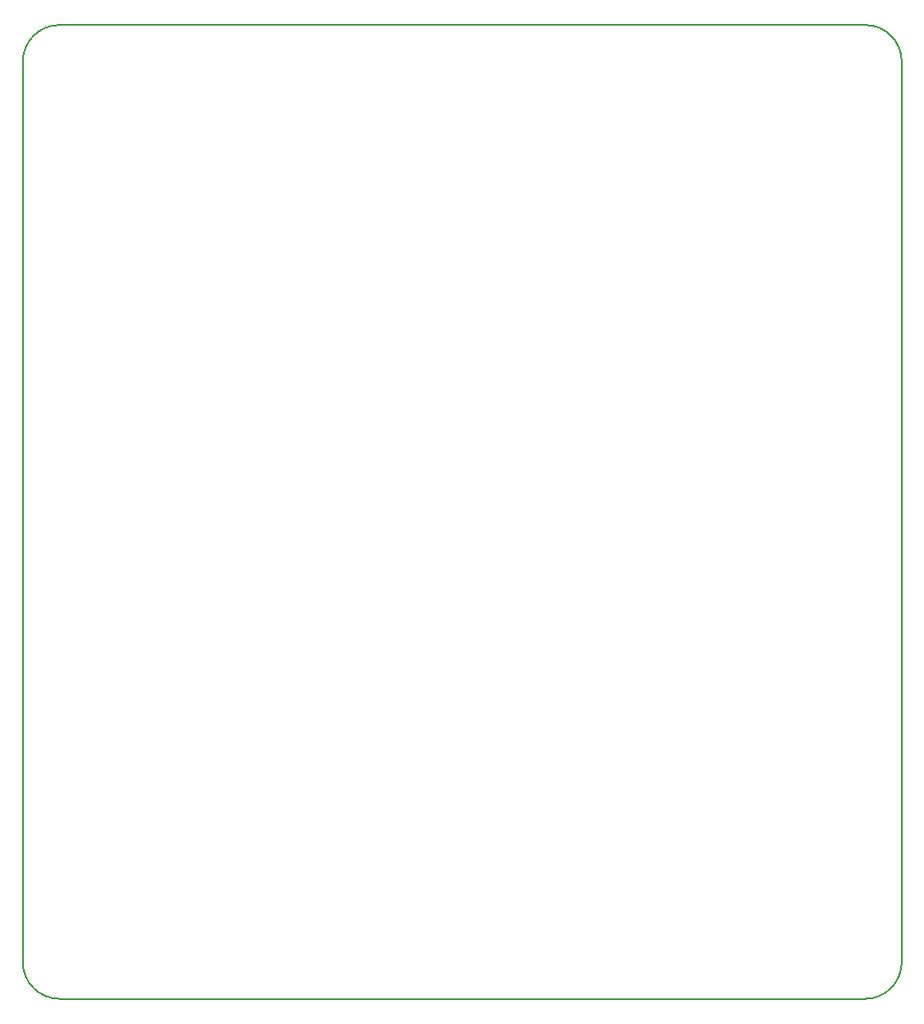
<source format=gm1>
G04 #@! TF.GenerationSoftware,KiCad,Pcbnew,5.1.8*
G04 #@! TF.CreationDate,2021-01-21T07:57:00-05:00*
G04 #@! TF.ProjectId,cnc-controller,636e632d-636f-46e7-9472-6f6c6c65722e,rev?*
G04 #@! TF.SameCoordinates,Original*
G04 #@! TF.FileFunction,Profile,NP*
%FSLAX46Y46*%
G04 Gerber Fmt 4.6, Leading zero omitted, Abs format (unit mm)*
G04 Created by KiCad (PCBNEW 5.1.8) date 2021-01-21 07:57:00*
%MOMM*%
%LPD*%
G01*
G04 APERTURE LIST*
G04 #@! TA.AperFunction,Profile*
%ADD10C,0.152400*%
G04 #@! TD*
G04 APERTURE END LIST*
D10*
X18000000Y-190500000D02*
G75*
G02*
X14500000Y-187000000I0J3500000D01*
G01*
X98500000Y-187000000D02*
G75*
G02*
X95000000Y-190500000I-3500000J0D01*
G01*
X95000000Y-97500000D02*
G75*
G02*
X98500000Y-101000000I0J-3500000D01*
G01*
X14500000Y-101000000D02*
G75*
G02*
X18000000Y-97500000I3500000J0D01*
G01*
X14500000Y-187000000D02*
X14500000Y-101000000D01*
X95000000Y-190500000D02*
X18000000Y-190500000D01*
X98500000Y-101000000D02*
X98500000Y-187000000D01*
X18000000Y-97500000D02*
X95000000Y-97500000D01*
M02*

</source>
